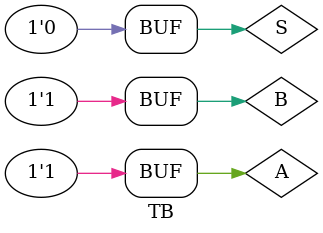
<source format=v>
module TB;
reg A,B,S;
wire X;
initial
begin
$dumpfile("dump.vcd");
$dumpvars(0,TB);
end
mux2 newMUX(.i0(A), .i1(B), .j(S), .o(X));
initial
begin
S = 1'b0;
A = 1'b0;
B = 1'b0;
#5
A = 1'b0;
B = 1'b1;
#5
A = 1'b1;
B = 1'b0;
#5
A = 1'b1;
B = 1'b1;
#5
S = 1'b0;
A = 1'b0;
B = 1'b0;
#5
A = 1'b0;
B = 1'b1;
#5
A = 1'b1;
B = 1'b0;
#5
A = 1'b1;
B = 1'b1;
end
endmodule

</source>
